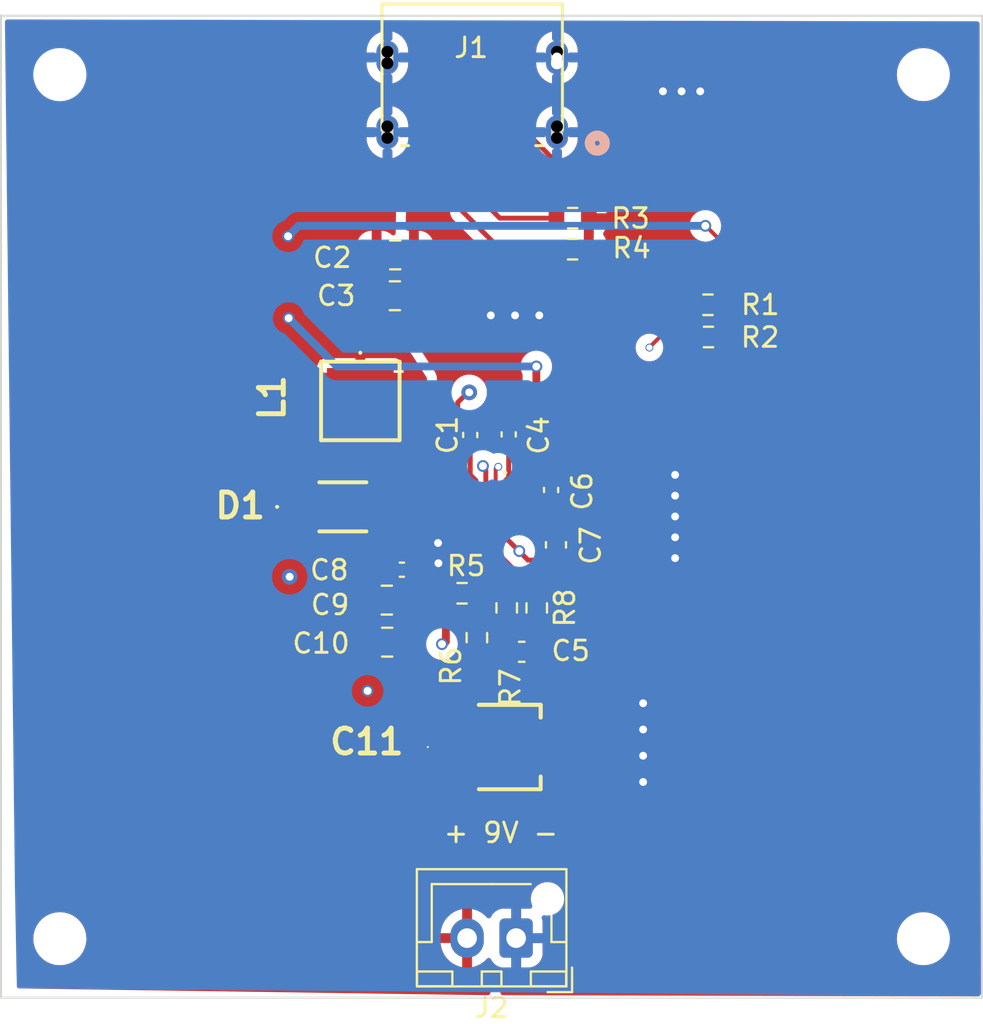
<source format=kicad_pcb>
(kicad_pcb (version 20221018) (generator pcbnew)
  (layers (0 "F.Cu" signal) (1 "In1.Cu" signal) (2 "In2.Cu" signal) (31 "B.Cu" signal) (34 "B.Paste" user) (35 "F.Paste" user) (36 "B.SilkS" user "B.Silkscreen") (37 "F.SilkS" user "F.Silkscreen") (38 "B.Mask" user) (39 "F.Mask" user) (44 "Edge.Cuts" user))
  (net 0 "")
  (net 1 "/VOUT")
  (net 2 "GND")
  (net 3 "+5V")
  (net 4 "Net-(C5-Pad1)")
  (net 5 "Net-(IC1-BOOT)")
  (net 6 "Net-(D1-A)")
  (net 7 "/VCC")
  (net 8 "Net-(IC1-EN{slash}UVLO)")
  (net 9 "Net-(IC1-VP)")
  (net 10 "Net-(IC1-FB_1)")
  (net 11 "Net-(IC1-COMP)")
  (net 12 "Net-(IC1-ILIM)")
  (net 17 "Net-(J1-CC1)")
  (net 18 "Net-(J1-CC2)")
  (footprint "boost-converter:TPS61376RYHR" (layer "F.Cu") (at 124.956 125.122 -90)
    (fp_text reference "IC1" hide)
    (fp_text value "TPS61376RYHR" hide)
    (fp_line (start -1.9 -0.75) (end -1.9 -0.75) (stroke (width 0.1)) (layer "F.SilkS"))
    (fp_line (start -1.8 -0.75) (end -1.8 -0.75) (stroke (width 0.1)) (layer "F.SilkS"))
    (fp_arc (start -1.9 -0.749) (mid -1.8505 -0.7995) (end -1.8 -0.75) (stroke (width 0.1)) (layer "F.SilkS"))
    (fp_arc (start -1.8 -0.749) (mid -1.8505 -0.6995) (end -1.9 -0.75) (stroke (width 0.1)) (layer "F.SilkS"))
    (pad "1" smd rect (at -1.188 -0.75) (size 0.25 0.525) (layers "F.Cu" "F.Paste" "F.Mask") (net 3 "+5V"))
    (pad "2" smd rect (at -1.188 -0.25) (size 0.25 0.525) (layers "F.Cu" "F.Paste" "F.Mask") (net 8 "Net-(IC1-EN{slash}UVLO)"))
    (pad "3" smd rect (at -1.188 0.25) (size 0.25 0.525) (layers "F.Cu" "F.Paste" "F.Mask") (net 7 "/VCC"))
    (pad "4" smd rect (at -1.188 0.75) (size 0.25 0.525) (layers "F.Cu" "F.Paste" "F.Mask") (net 1 "/VOUT"))
    (pad "5" smd rect (at -0.5 0.526 270) (size 0.25 1.35) (layers "F.Cu" "F.Paste" "F.Mask") (net 9 "Net-(IC1-VP)"))
    (pad "6" smd rect (at 0 0 270) (size 0.25 2.4) (layers "F.Cu" "F.Paste" "F.Mask") (net 6 "Net-(D1-A)"))
    (pad "7" smd rect (at 0.5 0.526 270) (size 0.25 1.35) (layers "F.Cu" "F.Paste" "F.Mask") (net 2 "GND"))
    (pad "8" smd rect (at 1.188 0.75) (size 0.25 0.525) (layers "F.Cu" "F.Paste" "F.Mask") (net 10 "Net-(IC1-FB_1)"))
    (pad "9" smd rect (at 1.188 0.25) (size 0.25 0.525) (layers "F.Cu" "F.Paste" "F.Mask") (net 11 "Net-(IC1-COMP)"))
    (pad "10" smd rect (at 1.188 -0.25) (size 0.25 0.525) (layers "F.Cu" "F.Paste" "F.Mask") (net 12 "Net-(IC1-ILIM)"))
    (pad "11" smd rect (at 1.188 -0.75) (size 0.25 0.525) (layers "F.Cu" "F.Paste" "F.Mask") (net 7 "/VCC"))
    (pad "12" smd rect (at 0.5 -0.94 270) (size 0.25 0.525) (layers "F.Cu" "F.Paste" "F.Mask") (net 2 "GND"))
    (pad "13" smd rect (at -0.5 -0.94 270) (size 0.25 0.525) (layers "F.Cu" "F.Paste" "F.Mask") (net 5 "Net-(IC1-BOOT)"))
    (pad "14" smd rect (at -1.025 1.038 270) (size 0.2 0.325) (layers "F.Cu" "F.Paste" "F.Mask"))
    (pad "15" smd rect (at 1.025 1.038 270) (size 0.2 0.325) (layers "F.Cu" "F.Paste" "F.Mask"))
    (pad "16" smd rect (at 1.025 -1.038 270) (size 0.2 0.325) (layers "F.Cu" "F.Paste" "F.Mask"))
    (pad "17" smd rect (at -1.025 -1.038 270) (size 0.2 0.325) (layers "F.Cu" "F.Paste" "F.Mask"))
  )
  (footprint "Resistor_SMD:R_0603_1608Metric" (layer "F.Cu") (at 125.77 130.155 -90)
    (fp_text reference "R7" (at 4.055 -0.18 90) (layer "F.SilkS"))
    (fp_text value "80.6k" hide)
    (fp_line (start -0.237258 -0.5225) (end 0.237258 -0.5225) (stroke (width 0.12)) (layer "F.SilkS"))
    (fp_line (start -0.237258 0.5225) (end 0.237258 0.5225) (stroke (width 0.12)) (layer "F.SilkS"))
    (pad "1" smd roundrect (at -0.825 0 270) (size 0.8 0.95) (layers "F.Cu" "F.Paste" "F.Mask") (net 11 "Net-(IC1-COMP)"))
    (pad "2" smd roundrect (at 0.825 0 270) (size 0.8 0.95) (layers "F.Cu" "F.Paste" "F.Mask") (net 4 "Net-(C5-Pad1)"))
  )
  (footprint "usbc-conn:CONN6_125-GF-A-0190_GCT" (layer "F.Cu") (at 126.760396 105.930006 180)
    (fp_text reference "J1" (at 2.800396 4.300006 unlocked) (layer "F.SilkS"))
    (fp_text value "USB4125-GF-A-0190" hide)
    (fp_circle (center -3.625405 -0.559994) (end -3.244405 -0.559994) (stroke (width 0.508)) (fill none) (layer "B.SilkS"))
    (fp_line (start -1.847405 0.097634) (end -1.847405 6.526606) (stroke (width 0.1524)) (layer "F.SilkS"))
    (fp_line (start -1.847405 6.526606) (end 7.347395 6.526606) (stroke (width 0.1524)) (layer "F.SilkS"))
    (fp_line (start -0.48914 -0.686994) (end -0.867656 -0.686994) (stroke (width 0.1524)) (layer "F.SilkS"))
    (fp_line (start 6.367646 -0.686994) (end 5.98913 -0.686994) (stroke (width 0.1524)) (layer "F.SilkS"))
    (fp_line (start 7.347395 6.526606) (end 7.347395 0.097634) (stroke (width 0.1524)) (layer "F.SilkS"))
    (fp_circle (center -3.625405 -0.559994) (end -3.244405 -0.559994) (stroke (width 0.508)) (fill none) (layer "F.SilkS"))
    (fp_line (start -1.570007 0.292106) (end -1.570007 -0.292094) (stroke (width 0.6096)) (layer "Edge.Cuts"))
    (fp_line (start -1.570007 4.092106) (end -1.570007 3.507906) (stroke (width 0.6096)) (layer "Edge.Cuts"))
    (fp_line (start 7.069997 0.292106) (end 7.069997 -0.292094) (stroke (width 0.6096)) (layer "Edge.Cuts"))
    (fp_line (start 7.069997 4.092106) (end 7.069997 3.507906) (stroke (width 0.6096)) (layer "Edge.Cuts"))
    (pad "" np_thru_hole circle (at -1.570007 -0.292094 180) (size 0.6096 0.6096) (drill 0.6096) (layers))
    (pad "" np_thru_hole circle (at -1.570007 0.292106 180) (size 0.6096 0.6096) (drill 0.6096) (layers))
    (pad "" np_thru_hole circle (at -1.570007 3.507906 180) (size 0.6096 0.6096) (drill 0.6096) (layers "F&B.Cu" "*.Mask") (clearance 0.01))
    (pad "" np_thru_hole circle (at -1.570007 4.092106 180) (size 0.6096 0.6096) (drill 0.6096) (layers))
    (pad "" np_thru_hole circle (at 7.069997 -0.292094 180) (size 0.6096 0.6096) (drill 0.6096) (layers))
    (pad "" np_thru_hole circle (at 7.069997 0.292106 180) (size 0.6096 0.6096) (drill 0.6096) (layers))
    (pad "" np_thru_hole circle (at 7.069997 3.507906 180) (size 0.6096 0.6096) (drill 0.6096) (layers))
    (pad "" np_thru_hole circle (at 7.069997 4.092106 180) (size 0.6096 0.6096) (drill 0.6096) (layers))
    (pad "1" smd rect (at 0 0 180) (size 0.8128 1.1938) (layers "F.Cu" "F.Paste" "F.Mask") (net 2 "GND"))
    (pad "2" smd rect (at 1.229998 0 180) (size 0.762 1.1938) (layers "F.Cu" "F.Paste" "F.Mask") (net 3 "+5V"))
    (pad "3" smd rect (at 2.249996 0 180) (size 0.7112 1.1938) (layers "F.Cu" "F.Paste" "F.Mask") (net 17 "Net-(J1-CC1)"))
    (pad "4" smd rect (at 3.249994 0 180) (size 0.7112 1.1938) (layers "F.Cu" "F.Paste" "F.Mask") (net 18 "Net-(J1-CC2)"))
    (pad "5" smd rect (at 4.269992 0 180) (size 0.762 1.1938) (layers "F.Cu" "F.Paste" "F.Mask") (net 3 "+5V"))
    (pad "6" smd rect (at 5.49999 0 180) (size 0.8128 1.1938) (layers "F.Cu" "F.Paste" "F.Mask") (net 2 "GND"))
    (pad "7" thru_hole oval (at -1.570007 0 270) (size 1.7018 1.1176) (drill 0.0254) (layers "*.Cu" "*.Mask") (net 2 "GND"))
    (pad "8" thru_hole oval (at -1.570007 3.800006 270) (size 1.7018 1.1176) (drill 0.0254) (layers "*.Cu" "*.Mask") (net 2 "GND") (clearance 0.1))
    (pad "9" thru_hole oval (at 7.069997 0 270) (size 1.7018 1.1176) (drill 0.0254) (layers "*.Cu" "*.Mask") (net 2 "GND"))
    (pad "10" thru_hole oval (at 7.069997 3.800006 270) (size 1.7018 1.1176) (drill 0.0254) (layers "*.Cu" "*.Mask") (net 2 "GND"))
    (pad "13" thru_hole circle (at -1.570007 3.800006 180) (size 0.762 0.762) (drill 0.508) (layers "*.Cu" "*.Mask"))
  )
  (footprint "MountingHole:MountingHole_2.2mm_M2" (layer "F.Cu") (at 147 147)
    (fp_text reference "H4" hide)
    (fp_text value "MountingHole" hide)
    (pad "" np_thru_hole circle (at 0 0) (size 2.2 2.2) (drill 2.2) (layers "*.Cu" "*.Mask"))
  )
  (footprint "Capacitor_SMD:C_0805_2012Metric" (layer "F.Cu") (at 120.09 112.18)
    (fp_text reference "C2" (at -3.21 0.14) (layer "F.SilkS"))
    (fp_text value "10uf" hide)
    (fp_line (start -0.261252 -0.735) (end 0.261252 -0.735) (stroke (width 0.12)) (layer "F.SilkS"))
    (fp_line (start -0.261252 0.735) (end 0.261252 0.735) (stroke (width 0.12)) (layer "F.SilkS"))
    (pad "1" smd roundrect (at -0.95 0) (size 1 1.45) (layers "F.Cu" "F.Paste" "F.Mask") (net 3 "+5V"))
    (pad "2" smd roundrect (at 0.95 0) (size 1 1.45) (layers "F.Cu" "F.Paste" "F.Mask") (net 2 "GND"))
  )
  (footprint "capacitor:EEE1AA220WR" (layer "F.Cu") (at 125.35 137.24)
    (fp_text reference "C11" (at -6.71 -0.27) (layer "F.SilkS") (effects (font (size 1.27 1.27) (thickness 0.254))))
    (fp_text value "47uf" hide)
    (fp_line (start -3.625 0) (end -3.625 0) (stroke (width 0.05)) (layer "F.SilkS"))
    (fp_line (start -3.575 0) (end -3.575 0) (stroke (width 0.05)) (layer "F.SilkS"))
    (fp_line (start -1 -2.15) (end 2.15 -2.15) (stroke (width 0.2)) (layer "F.SilkS"))
    (fp_line (start -1 2.15) (end 2.15 2.15) (stroke (width 0.2)) (layer "F.SilkS"))
    (fp_line (start 2.15 -2.15) (end -1 -2.15) (stroke (width 0.2)) (layer "F.SilkS"))
    (fp_line (start 2.15 -2.15) (end 2.15 -1.5) (stroke (width 0.2)) (layer "F.SilkS"))
    (fp_line (start 2.15 -1.5) (end 2.15 -2.15) (stroke (width 0.2)) (layer "F.SilkS"))
    (fp_line (start 2.15 2.15) (end 2.15 1.5) (stroke (width 0.2)) (layer "F.SilkS"))
    (fp_arc (start -3.625 0) (mid -3.6 -0.025) (end -3.575 0) (stroke (width 0.05)) (layer "F.SilkS"))
    (fp_arc (start -3.575 0) (mid -3.6 0.025) (end -3.625 0) (stroke (width 0.05)) (layer "F.SilkS"))
    (pad "1" smd rect (at -1.75 0 90) (size 1.6 2.5) (layers "F.Cu" "F.Paste" "F.Mask") (net 1 "/VOUT"))
    (pad "2" smd rect (at 1.75 0 90) (size 1.6 2.5) (layers "F.Cu" "F.Paste" "F.Mask") (net 2 "GND"))
  )
  (footprint "Connector_JST:JST_XH_B2B-XH-AM_1x02_P2.50mm_Vertical" (layer "F.Cu") (at 126.25 146.97 180)
    (fp_text reference "J2" (at 1.25 -3.55) (layer "F.SilkS"))
    (fp_text value "9V out" hide)
    (fp_line (start -2.85 -2.75) (end -2.85 -1.5) (stroke (width 0.12)) (layer "F.SilkS"))
    (fp_line (start -2.56 -2.46) (end -2.56 3.51) (stroke (width 0.12)) (layer "F.SilkS"))
    (fp_line (start -2.56 3.51) (end 5.06 3.51) (stroke (width 0.12)) (layer "F.SilkS"))
    (fp_line (start -2.55 -2.45) (end -2.55 -1.7) (stroke (width 0.12)) (layer "F.SilkS"))
    (fp_line (start -2.55 -1.7) (end -0.75 -1.7) (stroke (width 0.12)) (layer "F.SilkS"))
    (fp_line (start -2.55 -0.2) (end -1.8 -0.2) (stroke (width 0.12)) (layer "F.SilkS"))
    (fp_line (start -1.8 -0.2) (end -1.8 1.14) (stroke (width 0.12)) (layer "F.SilkS"))
    (fp_line (start -1.6 -2.75) (end -2.85 -2.75) (stroke (width 0.12)) (layer "F.SilkS"))
    (fp_line (start -0.75 -2.45) (end -2.55 -2.45) (stroke (width 0.12)) (layer "F.SilkS"))
    (fp_line (start -0.75 -1.7) (end -0.75 -2.45) (stroke (width 0.12)) (layer "F.SilkS"))
    (fp_line (start 0.75 -2.45) (end 0.75 -1.7) (stroke (width 0.12)) (layer "F.SilkS"))
    (fp_line (start 0.75 -1.7) (end 1.75 -1.7) (stroke (width 0.12)) (layer "F.SilkS"))
    (fp_line (start 1.25 2.75) (end -0.74 2.75) (stroke (width 0.12)) (layer "F.SilkS"))
    (fp_line (start 1.75 -2.45) (end 0.75 -2.45) (stroke (width 0.12)) (layer "F.SilkS"))
    (fp_line (start 1.75 -1.7) (end 1.75 -2.45) (stroke (width 0.12)) (layer "F.SilkS"))
    (fp_line (start 3.25 -2.45) (end 3.25 -1.7) (stroke (width 0.12)) (layer "F.SilkS"))
    (fp_line (start 3.25 -1.7) (end 5.05 -1.7) (stroke (width 0.12)) (layer "F.SilkS"))
    (fp_line (start 4.3 -0.2) (end 4.3 2.75) (stroke (width 0.12)) (layer "F.SilkS"))
    (fp_line (start 4.3 2.75) (end 1.25 2.75) (stroke (width 0.12)) (layer "F.SilkS"))
    (fp_line (start 5.05 -2.45) (end 3.25 -2.45) (stroke (width 0.12)) (layer "F.SilkS"))
    (fp_line (start 5.05 -1.7) (end 5.05 -2.45) (stroke (width 0.12)) (layer "F.SilkS"))
    (fp_line (start 5.05 -0.2) (end 4.3 -0.2) (stroke (width 0.12)) (layer "F.SilkS"))
    (fp_line (start 5.06 -2.46) (end -2.56 -2.46) (stroke (width 0.12)) (layer "F.SilkS"))
    (fp_line (start 5.06 3.51) (end 5.06 -2.46) (stroke (width 0.12)) (layer "F.SilkS"))
    (pad "" np_thru_hole circle (at -1.6 2 180) (size 1.2 1.2) (drill 1.2) (layers "*.Cu" "*.Mask"))
    (pad "1" thru_hole roundrect (at 0 0 180) (size 1.7 2) (drill 1) (layers "*.Cu" "*.Mask") (roundrect_rratio 0.147059) (net 2 "GND"))
    (pad "2" thru_hole oval (at 2.5 0 180) (size 1.7 2) (drill 1) (layers "*.Cu" "*.Mask") (net 1 "/VOUT"))
  )
  (footprint "Capacitor_SMD:C_0402_1005Metric" (layer "F.Cu") (at 123.91 121.35 90)
    (fp_text reference "C1" (at 0 -1.16 90) (layer "F.SilkS"))
    (fp_text value "1uf" hide)
    (fp_line (start -0.107836 -0.36) (end 0.107836 -0.36) (stroke (width 0.12)) (layer "F.SilkS"))
    (fp_line (start -0.107836 0.36) (end 0.107836 0.36) (stroke (width 0.12)) (layer "F.SilkS"))
    (pad "1" smd roundrect (at -0.48 0 90) (size 0.56 0.62) (layers "F.Cu" "F.Paste" "F.Mask") (net 1 "/VOUT"))
    (pad "2" smd roundrect (at 0.48 0 90) (size 0.56 0.62) (layers "F.Cu" "F.Paste" "F.Mask") (net 2 "GND"))
  )
  (footprint "Resistor_SMD:R_0603_1608Metric" (layer "F.Cu") (at 136.025 114.72 180)
    (fp_text reference "R1" (at -2.665 0) (layer "F.SilkS"))
    (fp_text value "100k" hide)
    (fp_line (start -0.237258 -0.5225) (end 0.237258 -0.5225) (stroke (width 0.12)) (layer "F.SilkS"))
    (fp_line (start -0.237258 0.5225) (end 0.237258 0.5225) (stroke (width 0.12)) (layer "F.SilkS"))
    (pad "1" smd roundrect (at -0.825 0 180) (size 0.8 0.95) (layers "F.Cu" "F.Paste" "F.Mask") (net 3 "+5V"))
    (pad "2" smd roundrect (at 0.825 0 180) (size 0.8 0.95) (layers "F.Cu" "F.Paste" "F.Mask") (net 8 "Net-(IC1-EN{slash}UVLO)"))
  )
  (footprint "MountingHole:MountingHole_2.2mm_M2" (layer "F.Cu") (at 147 103)
    (fp_text reference "H2" hide)
    (fp_text value "MountingHole" hide)
    (pad "" np_thru_hole circle (at 0 0) (size 2.2 2.2) (drill 2.2) (layers "*.Cu" "*.Mask"))
  )
  (footprint "Capacitor_SMD:C_0603_1608Metric" (layer "F.Cu") (at 126.535 132.39)
    (fp_text reference "C5" (at 2.495 -0.05) (layer "F.SilkS"))
    (fp_text value "3300pf" hide)
    (fp_line (start -0.14058 -0.51) (end 0.14058 -0.51) (stroke (width 0.12)) (layer "F.SilkS"))
    (fp_line (start -0.14058 0.51) (end 0.14058 0.51) (stroke (width 0.12)) (layer "F.SilkS"))
    (pad "1" smd roundrect (at -0.775 0) (size 0.9 0.95) (layers "F.Cu" "F.Paste" "F.Mask") (net 4 "Net-(C5-Pad1)"))
    (pad "2" smd roundrect (at 0.775 0) (size 0.9 0.95) (layers "F.Cu" "F.Paste" "F.Mask") (net 2 "GND"))
  )
  (footprint "Capacitor_SMD:C_0402_1005Metric" (layer "F.Cu") (at 125.87 121.32 90)
    (fp_text reference "C4" (at -0.05 1.53 90) (layer "F.SilkS"))
    (fp_text value "1uf" hide)
    (fp_line (start -0.107836 -0.36) (end 0.107836 -0.36) (stroke (width 0.12)) (layer "F.SilkS"))
    (fp_line (start -0.107836 0.36) (end 0.107836 0.36) (stroke (width 0.12)) (layer "F.SilkS"))
    (pad "1" smd roundrect (at -0.48 0 90) (size 0.56 0.62) (layers "F.Cu" "F.Paste" "F.Mask") (net 3 "+5V"))
    (pad "2" smd roundrect (at 0.48 0 90) (size 0.56 0.62) (layers "F.Cu" "F.Paste" "F.Mask") (net 2 "GND"))
  )
  (footprint "shottky:PMEG6030EVPX" (layer "F.Cu") (at 117.42 125.01)
    (fp_text reference "D1" (at -5.23 -0.06) (layer "F.SilkS") (effects (font (size 1.27 1.27) (thickness 0.254))))
    (fp_text value "PMEG6030EVPX" hide)
    (fp_line (start -3.4 0) (end -3.4 0) (stroke (width 0.1)) (layer "F.SilkS"))
    (fp_line (start -3.3 0) (end -3.3 0) (stroke (width 0.1)) (layer "F.SilkS"))
    (fp_line (start -1.2 -1.25) (end 1.2 -1.25) (stroke (width 0.2)) (layer "F.SilkS"))
    (fp_line (start -1.2 1.25) (end 1.2 1.25) (stroke (width 0.2)) (layer "F.SilkS"))
    (fp_arc (start -3.4 0) (mid -3.35 -0.05) (end -3.3 0) (stroke (width 0.1)) (layer "F.SilkS"))
    (fp_arc (start -3.3 0) (mid -3.35 0.05) (end -3.4 0) (stroke (width 0.1)) (layer "F.SilkS"))
    (pad "1" smd rect (at -2.2 0) (size 1.4 2.1) (layers "F.Cu" "F.Paste" "F.Mask") (net 1 "/VOUT"))
    (pad "2" smd rect (at 2.2 0) (size 1.4 2.1) (layers "F.Cu" "F.Paste" "F.Mask") (net 6 "Net-(D1-A)"))
  )
  (footprint "Resistor_SMD:R_0603_1608Metric" (layer "F.Cu") (at 129.125 111.89)
    (fp_text reference "R4" (at 3.005 -0.06) (layer "F.SilkS"))
    (fp_text value "5.1k" hide)
    (fp_line (start -0.237258 -0.5225) (end 0.237258 -0.5225) (stroke (width 0.12)) (layer "F.SilkS"))
    (fp_line (start -0.237258 0.5225) (end 0.237258 0.5225) (stroke (width 0.12)) (layer "F.SilkS"))
    (pad "1" smd roundrect (at -0.825 0) (size 0.8 0.95) (layers "F.Cu" "F.Paste" "F.Mask") (net 18 "Net-(J1-CC2)"))
    (pad "2" smd roundrect (at 0.825 0) (size 0.8 0.95) (layers "F.Cu" "F.Paste" "F.Mask") (net 2 "GND"))
  )
  (footprint "Capacitor_SMD:C_0402_1005Metric" (layer "F.Cu") (at 120.43 128.21)
    (fp_text reference "C8" (at -3.7 0.02) (layer "F.SilkS"))
    (fp_text value "1uf" hide)
    (fp_line (start -0.107836 -0.36) (end 0.107836 -0.36) (stroke (width 0.12)) (layer "F.SilkS"))
    (fp_line (start -0.107836 0.36) (end 0.107836 0.36) (stroke (width 0.12)) (layer "F.SilkS"))
    (pad "1" smd roundrect (at -0.48 0) (size 0.56 0.62) (layers "F.Cu" "F.Paste" "F.Mask") (net 1 "/VOUT"))
    (pad "2" smd roundrect (at 0.48 0) (size 0.56 0.62) (layers "F.Cu" "F.Paste" "F.Mask") (net 2 "GND"))
  )
  (footprint "MountingHole:MountingHole_2.2mm_M2" (layer "F.Cu") (at 103 147)
    (fp_text reference "H3" hide)
    (fp_text value "MountingHole" hide)
    (pad "" np_thru_hole circle (at 0 0) (size 2.2 2.2) (drill 2.2) (layers "*.Cu" "*.Mask"))
  )
  (footprint "Capacitor_SMD:C_0805_2012Metric" (layer "F.Cu") (at 119.68 131.9)
    (fp_text reference "C10" (at -3.37 0.06) (layer "F.SilkS"))
    (fp_text value "10uf" hide)
    (fp_line (start -0.261252 -0.735) (end 0.261252 -0.735) (stroke (width 0.12)) (layer "F.SilkS"))
    (fp_line (start -0.261252 0.735) (end 0.261252 0.735) (stroke (width 0.12)) (layer "F.SilkS"))
    (pad "1" smd roundrect (at -0.95 0) (size 1 1.45) (layers "F.Cu" "F.Paste" "F.Mask") (net 1 "/VOUT"))
    (pad "2" smd roundrect (at 0.95 0) (size 1 1.45) (layers "F.Cu" "F.Paste" "F.Mask") (net 2 "GND"))
  )
  (footprint "MountingHole:MountingHole_2.2mm_M2" (layer "F.Cu") (at 103 103)
    (fp_text reference "H1" hide)
    (fp_text value "MountingHole" hide)
    (pad "" np_thru_hole circle (at 0 0) (size 2.2 2.2) (drill 2.2) (layers "*.Cu" "*.Mask"))
  )
  (footprint "Capacitor_SMD:C_0402_1005Metric" (layer "F.Cu") (at 128.03 124.15 -90)
    (fp_text reference "C6" (at 0.07 -1.58 90) (layer "F.SilkS"))
    (fp_text value "1uf" hide)
    (fp_line (start -0.107836 -0.36) (end 0.107836 -0.36) (stroke (width 0.12)) (layer "F.SilkS"))
    (fp_line (start -0.107836 0.36) (end 0.107836 0.36) (stroke (width 0.12)) (layer "F.SilkS"))
    (pad "1" smd roundrect (at -0.48 0 270) (size 0.56 0.62) (layers "F.Cu" "F.Paste" "F.Mask") (net 5 "Net-(IC1-BOOT)"))
    (pad "2" smd roundrect (at 0.48 0 270) (size 0.56 0.62) (layers "F.Cu" "F.Paste" "F.Mask") (net 6 "Net-(D1-A)"))
  )
  (footprint "Capacitor_SMD:C_0603_1608Metric" (layer "F.Cu") (at 128.28 126.945 90)
    (fp_text reference "C7" (at -0.03 1.765 90) (layer "F.SilkS"))
    (fp_text value "4.7u" hide)
    (fp_line (start -0.14058 -0.51) (end 0.14058 -0.51) (stroke (width 0.12)) (layer "F.SilkS"))
    (fp_line (start -0.14058 0.51) (end 0.14058 0.51) (stroke (width 0.12)) (layer "F.SilkS"))
    (pad "1" smd roundrect (at -0.775 0 90) (size 0.9 0.95) (layers "F.Cu" "F.Paste" "F.Mask") (net 7 "/VCC"))
    (pad "2" smd roundrect (at 0.775 0 90) (size 0.9 0.95) (layers "F.Cu" "F.Paste" "F.Mask") (net 2 "GND"))
  )
  (footprint "Resistor_SMD:R_0603_1608Metric" (layer "F.Cu") (at 123.495 129.41)
    (fp_text reference "R5" (at 0.205 -1.39) (layer "F.SilkS"))
    (fp_text value "806k" hide)
    (fp_line (start -0.237258 -0.5225) (end 0.237258 -0.5225) (stroke (width 0.12)) (layer "F.SilkS"))
    (fp_line (start -0.237258 0.5225) (end 0.237258 0.5225) (stroke (width 0.12)) (layer "F.SilkS"))
    (pad "1" smd roundrect (at -0.825 0) (size 0.8 0.95) (layers "F.Cu" "F.Paste" "F.Mask") (net 1 "/VOUT"))
    (pad "2" smd roundrect (at 0.825 0) (size 0.8 0.95) (layers "F.Cu" "F.Paste" "F.Mask") (net 10 "Net-(IC1-FB_1)"))
  )
  (footprint "Resistor_SMD:R_0603_1608Metric" (layer "F.Cu") (at 124.25 131.67 -90)
    (fp_text reference "R6" (at 1.45 1.32 90) (layer "F.SilkS"))
    (fp_text value "100k" hide)
    (fp_line (start -0.237258 -0.5225) (end 0.237258 -0.5225) (stroke (width 0.12)) (layer "F.SilkS"))
    (fp_line (start -0.237258 0.5225) (end 0.237258 0.5225) (stroke (width 0.12)) (layer "F.SilkS"))
    (pad "1" smd roundrect (at -0.825 0 270) (size 0.8 0.95) (layers "F.Cu" "F.Paste" "F.Mask") (net 10 "Net-(IC1-FB_1)"))
    (pad "2" smd roundrect (at 0.825 0 270) (size 0.8 0.95) (layers "F.Cu" "F.Paste" "F.Mask") (net 2 "GND"))
  )
  (footprint "Capacitor_SMD:C_0805_2012Metric" (layer "F.Cu") (at 120.07 114.26)
    (fp_text reference "C3" (at -2.99 0) (layer "F.SilkS"))
    (fp_text value "10uf" hide)
    (fp_line (start -0.261252 -0.735) (end 0.261252 -0.735) (stroke (width 0.12)) (layer "F.SilkS"))
    (fp_line (start -0.261252 0.735) (end 0.261252 0.735) (stroke (width 0.12)) (layer "F.SilkS"))
    (pad "1" smd roundrect (at -0.95 0) (size 1 1.45) (layers "F.Cu" "F.Paste" "F.Mask") (net 3 "+5V"))
    (pad "2" smd roundrect (at 0.95 0) (size 1 1.45) (layers "F.Cu" "F.Paste" "F.Mask") (net 2 "GND"))
  )
  (footprint "Capacitor_SMD:C_0805_2012Metric" (layer "F.Cu") (at 119.66 129.76)
    (fp_text reference "C9" (at -2.89 0.24) (layer "F.SilkS"))
    (fp_text value "10uf" hide)
    (fp_line (start -0.261252 -0.735) (end 0.261252 -0.735) (stroke (width 0.12)) (layer "F.SilkS"))
    (fp_line (start -0.261252 0.735) (end 0.261252 0.735) (stroke (width 0.12)) (layer "F.SilkS"))
    (pad "1" smd roundrect (at -0.95 0) (size 1 1.45) (layers "F.Cu" "F.Paste" "F.Mask") (net 1 "/VOUT"))
    (pad "2" smd roundrect (at 0.95 0) (size 1 1.45) (layers "F.Cu" "F.Paste" "F.Mask") (net 2 "GND"))
  )
  (footprint "inductor:XEL4030472MEC" (layer "F.Cu") (at 118.31 119.615 -90)
    (fp_text reference "L1" (at -0.165 4.5 90) (layer "F.SilkS") (effects (font (size 1.27 1.27) (thickness 0.254))))
    (fp_text value "XEL4030-472MEC" hide)
    (fp_line (start -2.5 0) (end -2.5 0) (stroke (width 0.1)) (layer "F.SilkS"))
    (fp_line (start -2.4 0) (end -2.4 0) (stroke (width 0.1)) (layer "F.SilkS"))
    (fp_line (start -2 -2) (end 2 -2) (stroke (width 0.2)) (layer "F.SilkS"))
    (fp_line (start -2 2) (end -2 -2) (stroke (width 0.2)) (layer "F.SilkS"))
    (fp_line (start 2 -2) (end 2 2) (stroke (width 0.2)) (layer "F.SilkS"))
    (fp_line (start 2 2) (end -2 2) (stroke (width 0.2)) (layer "F.SilkS"))
    (fp_arc (start -2.5 0) (mid -2.45 -0.05) (end -2.4 0) (stroke (width 0.1)) (layer "F.SilkS"))
    (fp_arc (start -2.4 0) (mid -2.45 0.05) (end -2.5 0) (stroke (width 0.1)) (layer "F.SilkS"))
    (pad "1" smd rect (at -1.185 0 270) (size 0.98 3.4) (layers "F.Cu" "F.Paste" "F.Mask") (net 3 "+5V"))
    (pad "2" smd rect (at 1.185 0 270) (size 0.98 3.4) (layers "F.Cu" "F.Paste" "F.Mask") (net 9 "Net-(IC1-VP)"))
  )
  (footprint "Resistor_SMD:R_0603_1608Metric" (layer "F.Cu") (at 127.3 130.155 -90)
    (fp_text reference "R8" (at 0 -1.43 90) (layer "F.SilkS"))
    (fp_text value "14.3k" hide)
    (fp_line (start -0.237258 -0.5225) (end 0.237258 -0.5225) (stroke (width 0.12)) (layer "F.SilkS"))
    (fp_line (start -0.237258 0.5225) (end 0.237258 0.5225) (stroke (width 0.12)) (layer "F.SilkS"))
    (pad "1" smd roundrect (at -0.825 0 270) (size 0.8 0.95) (layers "F.Cu" "F.Paste" "F.Mask") (net 12 "Net-(IC1-ILIM)"))
    (pad "2" smd roundrect (at 0.825 0 270) (size 0.8 0.95) (layers "F.Cu" "F.Paste" "F.Mask") (net 2 "GND"))
  )
  (footprint "Resistor_SMD:R_0603_1608Metric" (layer "F.Cu") (at 136.05 116.36)
    (fp_text reference "R2" (at 2.63 0.02) (layer "F.SilkS"))
    (fp_text value "100k" hide)
    (fp_line (start -0.237258 -0.5225) (end 0.237258 -0.5225) (stroke (width 0.12)) (layer "F.SilkS"))
    (fp_line (start -0.237258 0.5225) (end 0.237258 0.5225) (stroke (width 0.12)) (layer "F.SilkS"))
    (pad "1" smd roundrect (at -0.825 0) (size 0.8 0.95) (layers "F.Cu" "F.Paste" "F.Mask") (net 8 "Net-(IC1-EN{slash}UVLO)"))
    (pad "2" smd roundrect (at 0.825 0) (size 0.8 0.95) (layers "F.Cu" "F.Paste" "F.Mask") (net 2 "GND"))
  )
  (footprint "Resistor_SMD:R_0603_1608Metric" (layer "F.Cu") (at 129.13 110.31)
    (fp_text reference "R3" (at 2.95 0.01) (layer "F.SilkS"))
    (fp_text value "5.1k" hide)
    (fp_line (start -0.237258 -0.5225) (end 0.237258 -0.5225) (stroke (width 0.12)) (layer "F.SilkS"))
    (fp_line (start -0.237258 0.5225) (end 0.237258 0.5225) (stroke (width 0.12)) (layer "F.SilkS"))
    (pad "1" smd roundrect (at -0.825 0) (size 0.8 0.95) (layers "F.Cu" "F.Paste" "F.Mask") (net 17 "Net-(J1-CC1)"))
    (pad "2" smd roundrect (at 0.825 0) (size 0.8 0.95) (layers "F.Cu" "F.Paste" "F.Mask") (net 2 "GND"))
  )
  (gr_rect (start 100 100) (end 150 150) (stroke (width 0.1)) (fill none) (layer "Edge.Cuts"))
  (gr_text "+ 9V -" (at 122.47 142.19) (layer "F.SilkS") (effects (font (size 1 1)) (justify left bottom)))
  (segment (start 123.275 119.695) (end 123.79 119.18) (width 0.25) (layer "F.Cu") (net 1))
  (segment (start 123.91 121.83) (end 123.91 123.376) (width 0.25) (layer "F.Cu") (net 1))
  (segment (start 123.91 121.83) (end 123.600001 121.83) (width 0.25) (layer "F.Cu") (net 1))
  (segment (start 122.67 129.41) (end 122.67 131.87) (width 0.4) (layer "F.Cu") (net 1))
  (segment (start 122.47 132) (end 122.47 132.07) (width 0.4) (layer "F.Cu") (net 1))
  (segment (start 122.47 132.07) (end 122.49 132.05) (width 0.4) (layer "F.Cu") (net 1))
  (segment (start 122.67 131.87) (end 122.54 132) (width 0.4) (layer "F.Cu") (net 1))
  (segment (start 123.600001 121.83) (end 123.275 121.504999) (width 0.25) (layer "F.Cu") (net 1))
  (segment (start 123.86 119.11) (end 123.84 119.13) (width 0.25) (layer "F.Cu") (net 1))
  (segment (start 123.275 121.504999) (end 123.275 119.695) (width 0.25) (layer "F.Cu") (net 1))
  (segment (start 123.79 119.18) (end 123.86 119.18) (width 0.25) (layer "F.Cu") (net 1))
  (segment (start 123.91 123.376) (end 124.206 123.672) (width 0.25) (layer "F.Cu") (net 1))
  (segment (start 122.54 132) (end 122.47 132) (width 0.4) (layer "F.Cu") (net 1))
  (segment (start 123.86 119.18) (end 123.86 119.11) (width 0.25) (layer "F.Cu") (net 1))
  (via (at 122.47 132) (size 0.6) (drill 0.4) (layers "F.Cu" "B.Cu") (net 1))
  (via (at 114.71 128.57) (size 0.8) (drill 0.4) (layers "F.Cu" "B.Cu") (net 1))
  (via (at 118.68 134.38) (size 0.6) (drill 0.4) (layers "F.Cu" "B.Cu") (net 1))
  (via (at 123.86 119.18) (size 0.8) (drill 0.4) (layers "F.Cu" "B.Cu") (net 1))
  (segment (start 126.23 125.622) (end 127.732 125.622) (width 0.25) (layer "F.Cu") (net 2))
  (segment (start 120.61 131.88) (end 120.63 131.9) (width 0.4) (layer "F.Cu") (net 2))
  (segment (start 120.61 129.76) (end 120.61 131.88) (width 0.4) (layer "F.Cu") (net 2))
  (segment (start 123.423512 102.87) (end 121.260406 105.033106) (width 0.3) (layer "F.Cu") (net 2))
  (segment (start 120.91 129.46) (end 120.91 128.21) (width 0.4) (layer "F.Cu") (net 2))
  (segment (start 124.43 125.622) (end 126.23 125.622) (width 0.25) (layer "F.Cu") (net 2))
  (segment (start 122.83 134.1) (end 125.41 134.1) (width 0.4) (layer "F.Cu") (net 2))
  (segment (start 120.61 129.76) (end 120.91 129.46) (width 0.4) (layer "F.Cu") (net 2))
  (segment (start 124.72 102.87) (end 123.423512 102.87) (width 0.3) (layer "F.Cu") (net 2))
  (segment (start 126.760396 104.910396) (end 124.72 102.87) (width 0.3) (layer "F.Cu") (net 2))
  (segment (start 126.760396 105.930006) (end 126.760396 104.910396) (width 0.3) (layer "F.Cu") (net 2))
  (segment (start 126.760396 105.930006) (end 129.42039 108.59) (width 0.25) (layer "F.Cu") (net 2))
  (segment (start 120.63 131.9) (end 122.83 134.1) (width 0.4) (layer "F.Cu") (net 2))
  (segment (start 129.42039 108.59) (end 132.12 108.59) (width 0.25) (layer "F.Cu") (net 2))
  (segment (start 125.896 125.622) (end 126.23 125.622) (width 0.25) (layer "F.Cu") (net 2))
  (segment (start 121.260406 105.033106) (end 121.260406 105.930006) (width 0.3) (layer "F.Cu") (net 2))
  (segment (start 127.732 125.622) (end 128.28 126.17) (width 0.25) (layer "F.Cu") (net 2))
  (via (at 134.35 127.62) (size 0.6) (drill 0.4) (layers "F.Cu" "B.Cu") (net 2))
  (via (at 122.27 126.85) (size 0.8) (drill 0.4) (layers "F.Cu" "B.Cu") (net 2))
  (via (at 126.195 115.26) (size 0.6) (drill 0.4) (layers "F.Cu" "B.Cu") (net 2))
  (via (at 134.35 125.5) (size 0.6) (drill 0.4) (layers "F.Cu" "B.Cu") (net 2))
  (via (at 134.35 126.56) (size 0.6) (drill 0.4) (layers "F.Cu" "B.Cu") (net 2))
  (via (at 127.43 115.26) (size 0.6) (drill 0.4) (layers "F.Cu" "B.Cu") (net 2))
  (via (at 132.72 135.01) (size 0.6) (drill 0.4) (layers "F.Cu" "B.Cu") (net 2))
  (via (at 133.73 103.85) (size 0.6) (drill 0.4) (layers "F.Cu" "B.Cu") (net 2))
  (via (at 134.35 124.44) (size 0.6) (drill 0.4) (layers "F.Cu" "B.Cu") (net 2))
  (via (at 135.63 103.85) (size 0.6) (drill 0.4) (layers "F.Cu" "B.Cu") (net 2))
  (via (at 132.72 137.683332) (size 0.6) (drill 0.4) (layers "F.Cu" "B.Cu") (net 2))
  (via (at 132.72 139.02) (size 0.6) (drill 0.4) (layers "F.Cu" "B.Cu") (net 2))
  (via (at 124.96 115.26) (size 0.6) (drill 0.4) (layers "F.Cu" "B.Cu") (net 2))
  (via (at 122.29 127.88) (size 0.8) (drill 0.4) (layers "F.Cu" "B.Cu") (net 2))
  (via (at 134.68 103.85) (size 0.6) (drill 0.4) (layers "F.Cu" "B.Cu") (net 2))
  (via (at 134.35 123.38) (size 0.6) (drill 0.4) (layers "F.Cu" "B.Cu") (net 2))
  (via (at 132.72 136.346666) (size 0.6) (drill 0.4) (layers "F.Cu" "B.Cu") (net 2))
  (segment (start 125.530398 105.330398) (end 125.530398 105.930006) (width 0.3) (layer "F.Cu") (net 3))
  (segment (start 136.85 111.64) (end 135.91 110.7) (width 0.2) (layer "F.Cu") (net 3))
  (segment (start 135.89 110.68) (end 135.93 110.72) (width 0.2) (layer "F.Cu") (net 3))
  (segment (start 135.89 110.7) (end 135.89 110.68) (width 0.2) (layer "F.Cu") (net 3))
  (segment (start 122.490404 105.930006) (end 122.490404 105.033106) (width 0.3) (layer "F.Cu") (net 3))
  (segment (start 123.50351 104.02) (end 124.22 104.02) (width 0.3) (layer "F.Cu") (net 3))
  (segment (start 135.91 110.7) (end 135.89 110.7) (width 0.2) (layer "F.Cu") (net 3))
  (segment (start 125.87 121.8) (end 126.179999 121.8) (width 0.4) (layer "F.Cu") (net 3))
  (segment (start 122.490404 105.930006) (end 122.490404 106.353308) (width 0.25) (layer "F.Cu") (net 3))
  (segment (start 125.87 123.508) (end 125.706 123.672) (width 0.25) (layer "F.Cu") (net 3))
  (segment (start 122.490404 106.353308) (end 119.173712 109.67) (width 0.25) (layer "F.Cu") (net 3))
  (segment (start 126.179999 121.8) (end 127.28 120.699999) (width 0.4) (layer "F.Cu") (net 3))
  (segment (start 122.490404 105.033106) (end 123.50351 104.02) (width 0.3) (layer "F.Cu") (net 3))
  (segment (start 127.28 117.86) (end 127.28 117.89) (width 0.4) (layer "F.Cu") (net 3))
  (segment (start 124.22 104.02) (end 125.530398 105.330398) (width 0.3) (layer "F.Cu") (net 3))
  (segment (start 127.28 120.699999) (end 127.28 117.86) (width 0.4) (layer "F.Cu") (net 3))
  (segment (start 125.87 121.8) (end 125.87 123.508) (width 0.25) (layer "F.Cu") (net 3))
  (segment (start 136.85 114.72) (end 136.85 111.64) (width 0.2) (layer "F.Cu") (net 3))
  (segment (start 119.173712 109.67) (end 114.85 109.67) (width 0.25) (layer "F.Cu") (net 3))
  (via (at 114.66 115.4) (size 0.6) (drill 0.4) (layers "F.Cu" "B.Cu") (net 3))
  (via (at 127.28 117.86) (size 0.6) (drill 0.4) (layers "F.Cu" "B.Cu") (net 3))
  (via (at 135.89 110.7) (size 0.6) (drill 0.4) (layers "F.Cu" "B.Cu") (net 3))
  (via (at 114.63 111.23) (size 0.6) (drill 0.4) (layers "F.Cu" "B.Cu") (net 3))
  (segment (start 127.28 117.86) (end 117.12 117.86) (width 0.4) (layer "B.Cu") (net 3))
  (segment (start 135.89 110.7) (end 115.16 110.7) (width 0.4) (layer "B.Cu") (net 3))
  (segment (start 115.16 110.7) (end 114.63 111.23) (width 0.4) (layer "B.Cu") (net 3))
  (segment (start 117.12 117.86) (end 114.66 115.4) (width 0.4) (layer "B.Cu") (net 3))
  (segment (start 125.77 130.98) (end 125.77 132.38) (width 0.2) (layer "F.Cu") (net 4))
  (segment (start 125.77 132.38) (end 125.76 132.39) (width 0.2) (layer "F.Cu") (net 4))
  (segment (start 125.896 124.622) (end 125.946 124.572) (width 0.25) (layer "F.Cu") (net 5))
  (segment (start 128.03 123.67) (end 127.3835 123.67) (width 0.4) (layer "F.Cu") (net 5))
  (segment (start 126.4815 124.572) (end 126.5565 124.497) (width 0.25) (layer "F.Cu") (net 5))
  (segment (start 125.946 124.572) (end 126.4815 124.572) (width 0.25) (layer "F.Cu") (net 5))
  (segment (start 127.3835 123.67) (end 126.5565 124.497) (width 0.4) (layer "F.Cu") (net 5))
  (segment (start 119.62 125.01) (end 119.782 125.172) (width 0.35) (layer "F.Cu") (net 6))
  (segment (start 127.538 125.122) (end 127.563 125.097) (width 0.25) (layer "F.Cu") (net 6))
  (segment (start 119.782 125.172) (end 123.22 125.172) (width 0.35) (layer "F.Cu") (net 6))
  (segment (start 124.956 125.122) (end 127.538 125.122) (width 0.25) (layer "F.Cu") (net 6))
  (segment (start 128.03 124.63) (end 127.997 124.597) (width 0.4) (layer "F.Cu") (net 6))
  (segment (start 123.22 125.172) (end 123.38 125.172) (width 0.35) (layer "F.Cu") (net 6))
  (segment (start 127.563 125.097) (end 126.5585 125.097) (width 0.4) (layer "F.Cu") (net 6))
  (segment (start 124.956 125.122) (end 123.27 125.122) (width 0.2) (layer "F.Cu") (net 6))
  (segment (start 123.27 125.122) (end 123.22 125.172) (width 0.2) (layer "F.Cu") (net 6))
  (segment (start 128.03 124.63) (end 127.563 125.097) (width 0.4) (layer "F.Cu") (net 6))
  (segment (start 126.854 127.72) (end 126.41 127.276) (width 0.25) (layer "F.Cu") (net 7))
  (segment (start 124.56 122.93) (end 124.47 122.93) (width 0.25) (layer "F.Cu") (net 7))
  (segment (start 124.706 123.934) (end 124.706 123.166) (width 0.25) (layer "F.Cu") (net 7))
  (segment (start 126.41 127.26) (end 126.394 127.26) (width 0.25) (layer "F.Cu") (net 7))
  (segment (start 124.56 123.02) (end 124.56 122.93) (width 0.25) (layer "F.Cu") (net 7))
  (segment (start 124.706 123.166) (end 124.56 123.02) (width 0.25) (layer "F.Cu") (net 7))
  (segment (start 126.394 127.26) (end 125.706 126.572) (width 0.25) (layer "F.Cu") (net 7))
  (segment (start 126.41 127.276) (end 126.41 127.26) (width 0.25) (layer "F.Cu") (net 7))
  (segment (start 128.28 127.72) (end 126.854 127.72) (width 0.25) (layer "F.Cu") (net 7))
  (segment (start 124.47 122.93) (end 124.53 122.99) (width 0.25) (layer "F.Cu") (net 7))
  (via (at 124.56 122.93) (size 0.6) (drill 0.4) (layers "F.Cu" "B.Cu") (net 7))
  (via (at 126.41 127.26) (size 0.6) (drill 0.4) (layers "F.Cu" "B.Cu") (net 7))
  (segment (start 135.2 116.335) (end 135.225 116.36) (width 0.2) (layer "F.Cu") (net 8))
  (segment (start 125.31 122.97) (end 125.34 122.97) (width 0.2) (layer "F.Cu") (net 8))
  (segment (start 133.04 116.89) (end 133.04 116.9) (width 0.2) (layer "F.Cu") (net 8))
  (segment (start 125.206 123.074) (end 125.31 122.97) (width 0.2) (layer "F.Cu") (net 8))
  (segment (start 135.225 116.36) (end 133.57 116.36) (width 0.2) (layer "F.Cu") (net 8))
  (segment (start 133.04 116.9) (end 133.03 116.9) (width 0.2) (layer "F.Cu") (net 8))
  (segment (start 133.03 116.9) (end 133.03 116.9) (width 0.2) (layer "F.Cu") (net 8))
  (segment (start 125.206 123.934) (end 125.206 123.074) (width 0.2) (layer "F.Cu") (net 8))
  (segment (start 135.2 114.72) (end 135.2 116.335) (width 0.2) (layer "F.Cu") (net 8))
  (segment (start 125.34 122.94) (end 125.28 123) (width 0.2) (layer "F.Cu") (net 8))
  (segment (start 125.34 122.97) (end 125.34 122.94) (width 0.2) (layer "F.Cu") (net 8))
  (segment (start 133.57 116.36) (end 133.04 116.89) (width 0.2) (layer "F.Cu") (net 8))
  (via (at 125.34 122.97) (size 0.4) (drill 0.3) (layers "F.Cu" "B.Cu") (net 8))
  (via (at 133.04 116.9) (size 0.4) (drill 0.3) (layers "F.Cu" "B.Cu") (net 8))
  (segment (start 122.132 124.622) (end 124.43 124.622) (width 0.35) (layer "F.Cu") (net 9))
  (segment (start 118.31 120.8) (end 122.132 124.622) (width 0.35) (layer "F.Cu") (net 9))
  (segment (start 124.32 130.775) (end 124.25 130.845) (width 0.2) (layer "F.Cu") (net 10))
  (segment (start 124.32 129.41) (end 124.206 129.296) (width 0.2) (layer "F.Cu") (net 10))
  (segment (start 124.32 129.41) (end 124.32 130.775) (width 0.2) (layer "F.Cu") (net 10))
  (segment (start 124.206 129.296) (end 124.206 126.547) (width 0.2) (layer "F.Cu") (net 10))
  (segment (start 124.706 128.266) (end 124.706 126.31) (width 0.2) (layer "F.Cu") (net 11))
  (segment (start 125.77 129.33) (end 124.706 128.266) (width 0.2) (layer "F.Cu") (net 11))
  (segment (start 125.206 127.236) (end 127.3 129.33) (width 0.2) (layer "F.Cu") (net 12))
  (segment (start 125.206 126.31) (end 125.206 127.236) (width 0.2) (layer "F.Cu") (net 12))
  (segment (start 128.305 110.31) (end 125.42 110.31) (width 0.25) (layer "F.Cu") (net 17))
  (segment (start 124.5104 109.4004) (end 124.5104 105.930006) (width 0.25) (layer "F.Cu") (net 17))
  (segment (start 125.42 110.31) (end 124.5104 109.4004) (width 0.25) (layer "F.Cu") (net 17))
  (segment (start 128.3 111.89) (end 125.44 111.89) (width 0.25) (layer "F.Cu") (net 18))
  (segment (start 123.510402 105.930006) (end 123.510402 109.960402) (width 0.25) (layer "F.Cu") (net 18))
  (segment (start 125.44 111.89) (end 123.510402 109.960402) (width 0.25) (layer "F.Cu") (net 18))
  (zone (net 1) (net_name "/VOUT") (layer "F.Cu") (priority 2) (connect_pads (clearance 0.5)) (min_thickness 0.25) (fill yes (thermal_gap 0.5) (thermal_bridge_width 0.5))
    (polygon (pts (xy 101.55 122.46) (xy 117.54 122.61) (xy 117.42 125.01) (xy 120.45 127.44) (xy 120.43 128.21) (xy 119.66 129.76) (xy 119.68 131.9) (xy 124.84 136.05) (xy 125.35 137.24) (xy 125 146.445) (xy 124.94 149.88) (xy 100.81 149.53) (xy 100.63 126.86)))
  )
  (zone (net 2) (net_name "GND") (layer "F.Cu") (connect_pads (clearance 0.5)) (min_thickness 0.25) (fill yes (thermal_gap 0.5) (thermal_bridge_width 0.5))
    (polygon (pts (xy 120.15 108.88) (xy 120.03 115.86) (xy 121.71 118.45) (xy 121.62 127.1) (xy 120.45 127.44) (xy 120.43 128.21) (xy 119.66 129.76) (xy 119.68 131.9) (xy 125.39 136.31) (xy 125.35 137.24) (xy 125 146.445) (xy 124.94 149.88) (xy 149.93 149.93) (xy 149.86 100.29) (xy 112.89 100.27) (xy 112.89 108.74)))
  )
  (zone (net 3) (net_name "+5V") (layer "F.Cu") (priority 1) (connect_pads (clearance 0.5)) (min_thickness 0.25) (fill yes (thermal_gap 0.5) (thermal_bridge_width 0.5))
    (polygon (pts (xy 101.07 108.65) (xy 120.15 108.88) (xy 120.03 115.86) (xy 121.71 118.45) (xy 121.65 119.83) (xy 104.85 119.94) (xy 101.09 114.56) (xy 101.06 114.46)))
  )
  (zone (net 2) (net_name "GND") (layers "In1.Cu" "In2.Cu" "B.Cu") (priority 3) (connect_pads (clearance 0.5)) (min_thickness 0.25) (fill yes (thermal_gap 0.5) (thermal_bridge_width 0.5))
    (polygon (pts (xy 100.2 100.19) (xy 149.86 100.29) (xy 149.93 149.93) (xy 100.81 149.53) (xy 100.71 144.32)))
  )
)
</source>
